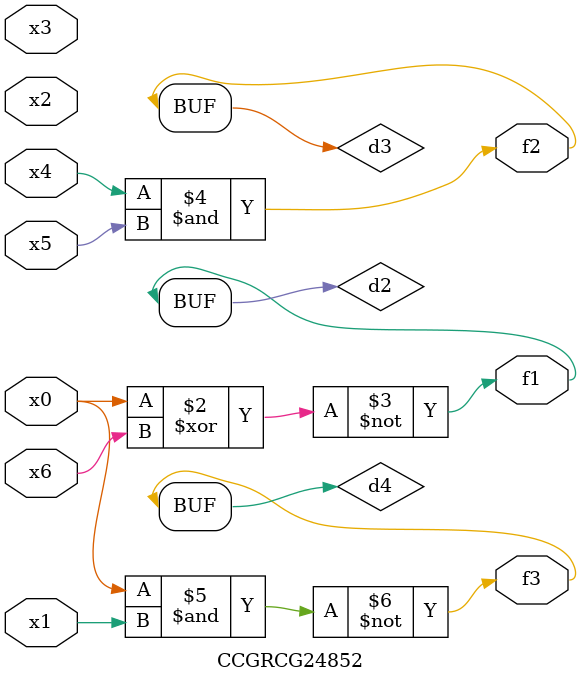
<source format=v>
module CCGRCG24852(
	input x0, x1, x2, x3, x4, x5, x6,
	output f1, f2, f3
);

	wire d1, d2, d3, d4;

	nor (d1, x0);
	xnor (d2, x0, x6);
	and (d3, x4, x5);
	nand (d4, x0, x1);
	assign f1 = d2;
	assign f2 = d3;
	assign f3 = d4;
endmodule

</source>
